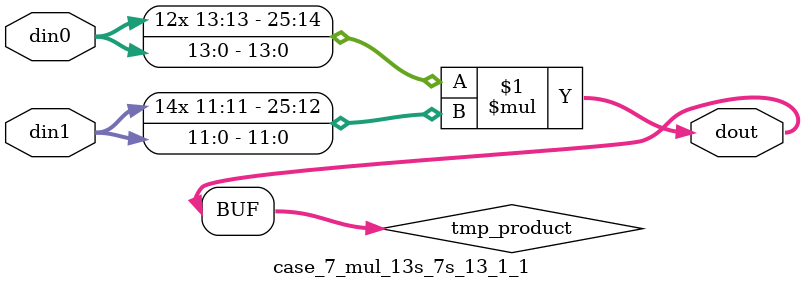
<source format=v>

`timescale 1 ns / 1 ps

 module case_7_mul_13s_7s_13_1_1(din0, din1, dout);
parameter ID = 1;
parameter NUM_STAGE = 0;
parameter din0_WIDTH = 14;
parameter din1_WIDTH = 12;
parameter dout_WIDTH = 26;

input [din0_WIDTH - 1 : 0] din0; 
input [din1_WIDTH - 1 : 0] din1; 
output [dout_WIDTH - 1 : 0] dout;

wire signed [dout_WIDTH - 1 : 0] tmp_product;



























assign tmp_product = $signed(din0) * $signed(din1);








assign dout = tmp_product;





















endmodule

</source>
